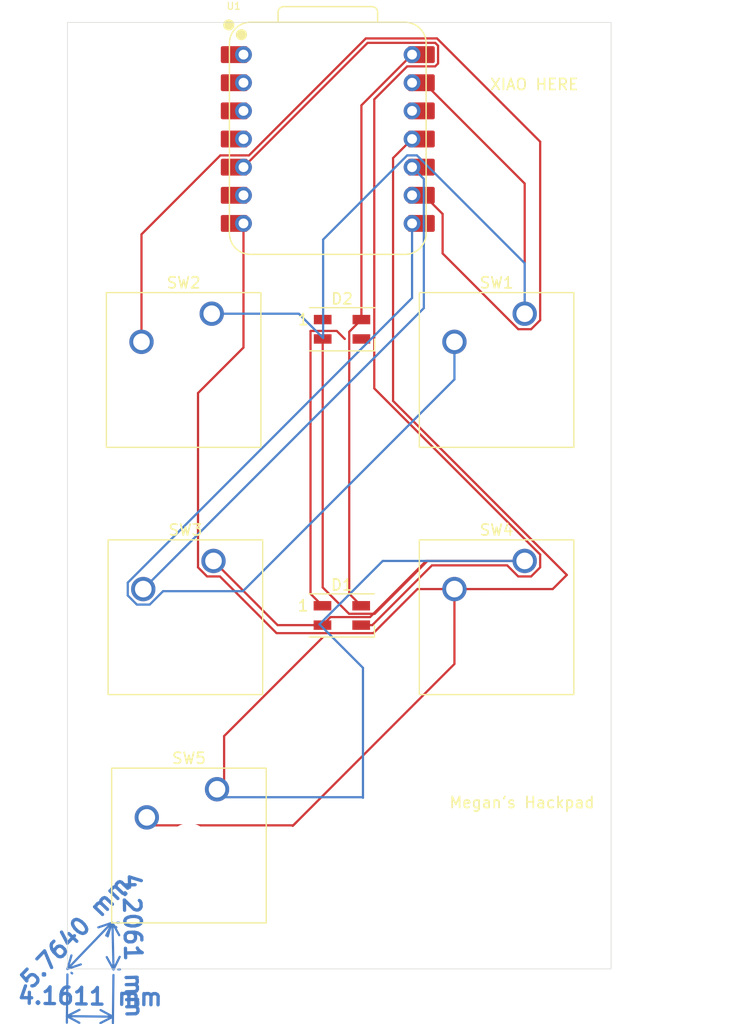
<source format=kicad_pcb>
(kicad_pcb (version 20240108) (generator "pcbnew") (generator_version "8.0")
  (layers (0 "F.Cu" signal) (31 "B.Cu" signal) (34 "B.Paste" user) (35 "F.Paste" user) (36 "B.SilkS" user "B.Silkscreen") (37 "F.SilkS" user "F.Silkscreen") (38 "B.Mask" user) (39 "F.Mask" user) (44 "Edge.Cuts" user))
  (net 0 "")
  (net 1 "+5V")
  (net 2 "GND")
  (net 3 "Net-(D1-DOUT)")
  (net 4 "Net-(D1-DIN)")
  (net 6 "Net-(U1-GPIO1{slash}RX)")
  (net 7 "Net-(U1-GPIO2{slash}SCK)")
  (net 8 "Net-(U1-GPIO4{slash}MISO)")
  (net 9 "Net-(U1-GPIO0{slash}TX)")
  (footprint "Button_Switch_Keyboard:SW_Cherry_MX_1.00u_PCB" (layer "F.Cu") (at 114.93 103.44)
    (property "Reference" "SW4" (at -2.54 -2.794 0) (layer "F.SilkS"))
    (property "Value" "SW_Push")
    (fp_line (start -9.525 -1.905) (end 4.445 -1.905) (stroke (width 0.12)) (layer "F.SilkS"))
    (fp_line (start -9.525 12.065) (end -9.525 -1.905) (stroke (width 0.12)) (layer "F.SilkS"))
    (fp_line (start 4.445 -1.905) (end 4.445 12.065) (stroke (width 0.12)) (layer "F.SilkS"))
    (fp_line (start 4.445 12.065) (end -9.525 12.065) (stroke (width 0.12)) (layer "F.SilkS"))
    (pad "" np_thru_hole circle (at -7.62 5.08) (size 1.7 1.7) (drill 1.7) (layers "*.Cu" "*.Mask"))
    (pad "" np_thru_hole circle (at -2.54 5.08) (size 4 4) (drill 4) (layers "*.Cu" "*.Mask"))
    (pad "" np_thru_hole circle (at 2.54 5.08) (size 1.7 1.7) (drill 1.7) (layers "*.Cu" "*.Mask"))
    (pad "1" thru_hole circle (at 0 0) (size 2.2 2.2) (drill 1.5) (layers "*.Cu" "*.Mask") (net 2 "GND"))
    (pad "2" thru_hole circle (at -6.35 2.54) (size 2.2 2.2) (drill 1.5) (layers "*.Cu" "*.Mask") (net 9 "Net-(U1-GPIO0{slash}TX)"))
  )
  (footprint "Button_Switch_Keyboard:SW_Cherry_MX_1.00u_PCB" (layer "F.Cu") (at 87.12 124.05)
    (property "Reference" "SW5" (at -2.54 -2.794 0) (layer "F.SilkS"))
    (property "Value" "SW_Push")
    (fp_line (start -9.525 -1.905) (end 4.445 -1.905) (stroke (width 0.12)) (layer "F.SilkS"))
    (fp_line (start -9.525 12.065) (end -9.525 -1.905) (stroke (width 0.12)) (layer "F.SilkS"))
    (fp_line (start 4.445 -1.905) (end 4.445 12.065) (stroke (width 0.12)) (layer "F.SilkS"))
    (fp_line (start 4.445 12.065) (end -9.525 12.065) (stroke (width 0.12)) (layer "F.SilkS"))
    (pad "" np_thru_hole circle (at -7.62 5.08) (size 1.7 1.7) (drill 1.7) (layers "*.Cu" "*.Mask"))
    (pad "" np_thru_hole circle (at -2.54 5.08) (size 4 4) (drill 4) (layers "*.Cu" "*.Mask"))
    (pad "" np_thru_hole circle (at 2.54 5.08) (size 1.7 1.7) (drill 1.7) (layers "*.Cu" "*.Mask"))
    (pad "1" thru_hole circle (at 0 0) (size 2.2 2.2) (drill 1.5) (layers "*.Cu" "*.Mask") (net 2 "GND"))
    (pad "2" thru_hole circle (at -6.35 2.54) (size 2.2 2.2) (drill 1.5) (layers "*.Cu" "*.Mask") (net 9 "Net-(U1-GPIO0{slash}TX)"))
  )
  (footprint "Button_Switch_Keyboard:SW_Cherry_MX_1.00u_PCB" (layer "F.Cu") (at 86.64 81.12)
    (property "Reference" "SW2" (at -2.54 -2.794 0) (layer "F.SilkS"))
    (property "Value" "SW_Push")
    (fp_line (start -9.525 -1.905) (end 4.445 -1.905) (stroke (width 0.12)) (layer "F.SilkS"))
    (fp_line (start -9.525 12.065) (end -9.525 -1.905) (stroke (width 0.12)) (layer "F.SilkS"))
    (fp_line (start 4.445 -1.905) (end 4.445 12.065) (stroke (width 0.12)) (layer "F.SilkS"))
    (fp_line (start 4.445 12.065) (end -9.525 12.065) (stroke (width 0.12)) (layer "F.SilkS"))
    (pad "" np_thru_hole circle (at -7.62 5.08) (size 1.7 1.7) (drill 1.7) (layers "*.Cu" "*.Mask"))
    (pad "" np_thru_hole circle (at -2.54 5.08) (size 4 4) (drill 4) (layers "*.Cu" "*.Mask"))
    (pad "" np_thru_hole circle (at 2.54 5.08) (size 1.7 1.7) (drill 1.7) (layers "*.Cu" "*.Mask"))
    (pad "1" thru_hole circle (at 0 0) (size 2.2 2.2) (drill 1.5) (layers "*.Cu" "*.Mask") (net 2 "GND"))
    (pad "2" thru_hole circle (at -6.35 2.54) (size 2.2 2.2) (drill 1.5) (layers "*.Cu" "*.Mask") (net 7 "Net-(U1-GPIO2{slash}SCK)"))
  )
  (footprint "OPL:XIAO-RP2040-DIP" (layer "F.Cu") (at 97.13 65.35)
    (property "Reference" "U1" (at -8.5 -12 0) (layer "F.SilkS") (effects (font (size 0.635 0.635) (thickness 0.1016))))
    (property "Value" "XIAO-RP2040-DIP")
    (fp_line (start -8.89 8.509) (end -8.89 -8.636) (stroke (width 0.127)) (layer "F.SilkS"))
    (fp_line (start -6.985 10.414) (end 6.985 10.414) (stroke (width 0.127)) (layer "F.SilkS"))
    (fp_line (start -4.495 -10.541) (end -4.491272 -11.451272) (stroke (width 0.127)) (layer "F.SilkS"))
    (fp_line (start -3.991272 -11.951) (end 4.004 -11.951) (stroke (width 0.127)) (layer "F.SilkS"))
    (fp_line (start 4.504 -11.451) (end 4.504 -10.541) (stroke (width 0.127)) (layer "F.SilkS"))
    (fp_line (start 6.985 -10.541) (end -6.985 -10.541) (stroke (width 0.1)) (layer "F.SilkS"))
    (fp_line (start 6.985 -10.541) (end -6.985 -10.541) (stroke (width 0.127)) (layer "F.SilkS"))
    (fp_line (start 8.89 8.509) (end 8.89 -8.636) (stroke (width 0.127)) (layer "F.SilkS"))
    (fp_arc (start -8.89 -8.636) (mid -8.332038 -9.983038) (end -6.985 -10.541) (stroke (width 0.127)) (layer "F.SilkS"))
    (fp_arc (start -6.985 10.414) (mid -8.332038 9.856038) (end -8.89 8.509) (stroke (width 0.127)) (layer "F.SilkS"))
    (fp_arc (start -4.491272 -11.451272) (mid -4.344724 -11.804644) (end -3.991272 -11.951) (stroke (width 0.127)) (layer "F.SilkS"))
    (fp_arc (start 4.004 -11.951) (mid 4.357553 -11.804553) (end 4.504 -11.451) (stroke (width 0.127)) (layer "F.SilkS"))
    (fp_arc (start 6.985 -10.541) (mid 8.332038 -9.983038) (end 8.89 -8.636) (stroke (width 0.127)) (layer "F.SilkS"))
    (fp_arc (start 8.89 8.509) (mid 8.332038 9.856038) (end 6.985 10.414) (stroke (width 0.127)) (layer "F.SilkS"))
    (fp_circle (center -8.95 -10.3) (end -8.95 -10.554) (stroke (width 0.5)) (fill solid) (layer "F.SilkS"))
    (fp_circle (center -7.807 -9.42) (end -7.807 -9.674) (stroke (width 0.5)) (fill solid) (layer "F.SilkS"))
    (pad "1" smd roundrect (at -8.455 -7.62 180) (size 2.432 1.524) (layers "F.Cu" "F.Mask") (roundrect_rratio 0.1))
    (pad "1" thru_hole circle (at -7.62 -7.62 180) (size 1.524 1.524) (drill 0.889) (layers "*.Cu" "*.Mask"))
    (pad "2" smd roundrect (at -8.455 -5.08 180) (size 2.432 1.524) (layers "F.Cu" "F.Mask") (roundrect_rratio 0.1))
    (pad "2" thru_hole circle (at -7.62 -5.08 180) (size 1.524 1.524) (drill 0.889) (layers "*.Cu" "*.Mask"))
    (pad "3" smd roundrect (at -8.455 -2.54 180) (size 2.432 1.524) (layers "F.Cu" "F.Mask") (roundrect_rratio 0.1))
    (pad "3" thru_hole circle (at -7.62 -2.54 180) (size 1.524 1.524) (drill 0.889) (layers "*.Cu" "*.Mask"))
    (pad "4" smd roundrect (at -8.455 0 180) (size 2.432 1.524) (layers "F.Cu" "F.Mask") (roundrect_rratio 0.1))
    (pad "4" thru_hole circle (at -7.62 0 180) (size 1.524 1.524) (drill 0.889) (layers "*.Cu" "*.Mask"))
    (pad "5" smd roundrect (at -8.455 2.54 180) (size 2.432 1.524) (layers "F.Cu" "F.Mask") (roundrect_rratio 0.1) (net 4 "Net-(D1-DIN)"))
    (pad "5" thru_hole circle (at -7.62 2.54 180) (size 1.524 1.524) (drill 0.889) (layers "*.Cu" "*.Mask") (net 4 "Net-(D1-DIN)"))
    (pad "6" smd roundrect (at -8.455 5.08 180) (size 2.432 1.524) (layers "F.Cu" "F.Mask") (roundrect_rratio 0.1))
    (pad "6" thru_hole circle (at -7.62 5.08 180) (size 1.524 1.524) (drill 0.889) (layers "*.Cu" "*.Mask"))
    (pad "7" smd roundrect (at -8.455 7.62 180) (size 2.432 1.524) (layers "F.Cu" "F.Mask") (roundrect_rratio 0.1) (net 9 "Net-(U1-GPIO0{slash}TX)"))
    (pad "7" thru_hole circle (at -7.62 7.62 180) (size 1.524 1.524) (drill 0.889) (layers "*.Cu" "*.Mask") (net 9 "Net-(U1-GPIO0{slash}TX)"))
    (pad "8" thru_hole circle (at 7.62 7.62) (size 1.524 1.524) (drill 0.889) (layers "*.Cu" "*.Mask") (net 6 "Net-(U1-GPIO1{slash}RX)"))
    (pad "8" smd roundrect (at 8.455 7.62) (size 2.432 1.524) (layers "F.Cu" "F.Mask") (roundrect_rratio 0.1) (net 6 "Net-(U1-GPIO1{slash}RX)"))
    (pad "9" thru_hole circle (at 7.62 5.08) (size 1.524 1.524) (drill 0.889) (layers "*.Cu" "*.Mask") (net 7 "Net-(U1-GPIO2{slash}SCK)"))
    (pad "9" smd roundrect (at 8.455 5.08) (size 2.432 1.524) (layers "F.Cu" "F.Mask") (roundrect_rratio 0.1) (net 7 "Net-(U1-GPIO2{slash}SCK)"))
    (pad "10" thru_hole circle (at 7.62 2.54) (size 1.524 1.524) (drill 0.889) (layers "*.Cu" "*.Mask") (net 8 "Net-(U1-GPIO4{slash}MISO)"))
    (pad "10" smd roundrect (at 8.455 2.54) (size 2.432 1.524) (layers "F.Cu" "F.Mask") (roundrect_rratio 0.1) (net 8 "Net-(U1-GPIO4{slash}MISO)"))
    (pad "11" thru_hole circle (at 7.62 0) (size 1.524 1.524) (drill 0.889) (layers "*.Cu" "*.Mask") (net 9 "Net-(U1-GPIO0{slash}TX)"))
    (pad "11" smd roundrect (at 8.455 0) (size 2.432 1.524) (layers "F.Cu" "F.Mask") (roundrect_rratio 0.1) (net 9 "Net-(U1-GPIO0{slash}TX)"))
    (pad "12" thru_hole circle (at 7.62 -2.54) (size 1.524 1.524) (drill 0.889) (layers "*.Cu" "*.Mask"))
    (pad "12" smd roundrect (at 8.455 -2.54) (size 2.432 1.524) (layers "F.Cu" "F.Mask") (roundrect_rratio 0.1))
    (pad "13" thru_hole circle (at 7.62 -5.08) (size 1.524 1.524) (drill 0.889) (layers "*.Cu" "*.Mask") (net 2 "GND"))
    (pad "13" smd roundrect (at 8.455 -5.08) (size 2.432 1.524) (layers "F.Cu" "F.Mask") (roundrect_rratio 0.1) (net 2 "GND"))
    (pad "14" thru_hole circle (at 7.62 -7.62) (size 1.524 1.524) (drill 0.889) (layers "*.Cu" "*.Mask") (net 1 "+5V"))
    (pad "14" smd roundrect (at 8.455 -7.62) (size 2.432 1.524) (layers "F.Cu" "F.Mask") (roundrect_rratio 0.1) (net 1 "+5V"))
  )
  (footprint "Button_Switch_Keyboard:SW_Cherry_MX_1.00u_PCB" (layer "F.Cu") (at 114.93 81.12)
    (property "Reference" "SW1" (at -2.54 -2.794 0) (layer "F.SilkS"))
    (property "Value" "SW_Push")
    (fp_line (start -9.525 -1.905) (end 4.445 -1.905) (stroke (width 0.12)) (layer "F.SilkS"))
    (fp_line (start -9.525 12.065) (end -9.525 -1.905) (stroke (width 0.12)) (layer "F.SilkS"))
    (fp_line (start 4.445 -1.905) (end 4.445 12.065) (stroke (width 0.12)) (layer "F.SilkS"))
    (fp_line (start 4.445 12.065) (end -9.525 12.065) (stroke (width 0.12)) (layer "F.SilkS"))
    (pad "" np_thru_hole circle (at -7.62 5.08) (size 1.7 1.7) (drill 1.7) (layers "*.Cu" "*.Mask"))
    (pad "" np_thru_hole circle (at -2.54 5.08) (size 4 4) (drill 4) (layers "*.Cu" "*.Mask"))
    (pad "" np_thru_hole circle (at 2.54 5.08) (size 1.7 1.7) (drill 1.7) (layers "*.Cu" "*.Mask"))
    (pad "1" thru_hole circle (at 0 0) (size 2.2 2.2) (drill 1.5) (layers "*.Cu" "*.Mask") (net 2 "GND"))
    (pad "2" thru_hole circle (at -6.35 2.54) (size 2.2 2.2) (drill 1.5) (layers "*.Cu" "*.Mask") (net 6 "Net-(U1-GPIO1{slash}RX)"))
  )
  (footprint "Button_Switch_Keyboard:SW_Cherry_MX_1.00u_PCB" (layer "F.Cu") (at 86.8 103.44)
    (property "Reference" "SW3" (at -2.54 -2.794 0) (layer "F.SilkS"))
    (property "Value" "SW_Push")
    (fp_line (start -9.525 -1.905) (end 4.445 -1.905) (stroke (width 0.12)) (layer "F.SilkS"))
    (fp_line (start -9.525 12.065) (end -9.525 -1.905) (stroke (width 0.12)) (layer "F.SilkS"))
    (fp_line (start 4.445 -1.905) (end 4.445 12.065) (stroke (width 0.12)) (layer "F.SilkS"))
    (fp_line (start 4.445 12.065) (end -9.525 12.065) (stroke (width 0.12)) (layer "F.SilkS"))
    (pad "" np_thru_hole circle (at -7.62 5.08) (size 1.7 1.7) (drill 1.7) (layers "*.Cu" "*.Mask"))
    (pad "" np_thru_hole circle (at -2.54 5.08) (size 4 4) (drill 4) (layers "*.Cu" "*.Mask"))
    (pad "" np_thru_hole circle (at 2.54 5.08) (size 1.7 1.7) (drill 1.7) (layers "*.Cu" "*.Mask"))
    (pad "1" thru_hole circle (at 0 0) (size 2.2 2.2) (drill 1.5) (layers "*.Cu" "*.Mask") (net 2 "GND"))
    (pad "2" thru_hole circle (at -6.35 2.54) (size 2.2 2.2) (drill 1.5) (layers "*.Cu" "*.Mask") (net 8 "Net-(U1-GPIO4{slash}MISO)"))
  )
  (footprint "LED_SMD:LED_SK6812MINI_PLCC4_3.5x3.5mm_P1.75mm" (layer "F.Cu") (at 98.4 108.36)
    (property "Reference" "D1" (at 0 -2.75 0) (layer "F.SilkS"))
    (property "Value" "SK6812MINI")
    (fp_line (start -2.95 -1.95) (end 2.95 -1.95) (stroke (width 0.12)) (layer "F.SilkS"))
    (fp_line (start -2.95 1.95) (end 2.95 1.95) (stroke (width 0.12)) (layer "F.SilkS"))
    (fp_line (start 2.95 1.95) (end 2.95 0.875) (stroke (width 0.12)) (layer "F.SilkS"))
    (fp_text user "1" (at -3.5 -0.875 0) (layer "F.SilkS"))
    (pad "1" smd rect (at -1.75 -0.875) (size 1.6 0.85) (layers "F.Cu" "F.Paste" "F.Mask") (net 3 "Net-(D1-DOUT)"))
    (pad "2" smd rect (at -1.75 0.875) (size 1.6 0.85) (layers "F.Cu" "F.Paste" "F.Mask") (net 2 "GND"))
    (pad "3" smd rect (at 1.75 0.875) (size 1.6 0.85) (layers "F.Cu" "F.Paste" "F.Mask") (net 4 "Net-(D1-DIN)"))
    (pad "4" smd rect (at 1.75 -0.875) (size 1.6 0.85) (layers "F.Cu" "F.Paste" "F.Mask") (net 1 "+5V"))
  )
  (footprint "LED_SMD:LED_SK6812MINI_PLCC4_3.5x3.5mm_P1.75mm" (layer "F.Cu") (at 98.42 82.525)
    (property "Reference" "D2" (at 0 -2.75 0) (layer "F.SilkS"))
    (property "Value" "SK6812MINI")
    (fp_line (start -2.95 -1.95) (end 2.95 -1.95) (stroke (width 0.12)) (layer "F.SilkS"))
    (fp_line (start -2.95 1.95) (end 2.95 1.95) (stroke (width 0.12)) (layer "F.SilkS"))
    (fp_line (start 2.95 1.95) (end 2.95 0.875) (stroke (width 0.12)) (layer "F.SilkS"))
    (fp_text user "1" (at -3.5 -0.875 0) (layer "F.SilkS"))
    (pad "1" smd rect (at -1.75 -0.875) (size 1.6 0.85) (layers "F.Cu" "F.Paste" "F.Mask"))
    (pad "2" smd rect (at -1.75 0.875) (size 1.6 0.85) (layers "F.Cu" "F.Paste" "F.Mask") (net 2 "GND"))
    (pad "3" smd rect (at 1.75 0.875) (size 1.6 0.85) (layers "F.Cu" "F.Paste" "F.Mask") (net 3 "Net-(D1-DOUT)"))
    (pad "4" smd rect (at 1.75 -0.875) (size 1.6 0.85) (layers "F.Cu" "F.Paste" "F.Mask") (net 1 "+5V"))
  )
  (gr_rect (start 73.6 54.82) (end 122.74 140.27) (stroke (width 0.05)) (fill none) (layer "Edge.Cuts"))
  (gr_text "XIAO HERE" (at 111.72 61.01 0) (layer "F.SilkS") (effects (font (size 1 1)) (justify left bottom)))
  (gr_text "Megan's Hackpad" (at 108.04 125.83 0) (layer "F.SilkS") (effects (font (size 1 1)) (justify left bottom)))
  (dimension (type aligned) (layer "B.Cu") (pts (xy 77.760805 140.3184) (xy 73.6 140.27)) (height -4.265611) (gr_text "4.1611 mm" (at 75.651723 142.759644 -0.6664551676) (layer "B.Cu") (effects (font (size 1.5 1.5) (thickness 0.3)))) (format (prefix "") (suffix "") (units 3) (units_format 1) (precision 4)) (style (thickness 0.2) (arrow_length 1.27) (text_position_mode 0) (extension_height 0.58642) (extension_offset 0.5) keep_text_aligned))
  (dimension (type aligned) (layer "B.Cu") (pts (xy 77.595 136.115) (xy 77.69 140.32)) (height -0.070823) (gr_text "4.2061 mm" (at 79.512846 138.175245 271.2942148) (layer "B.Cu") (effects (font (size 1.5 1.5) (thickness 0.3)))) (format (prefix "") (suffix "") (units 3) (units_format 1) (precision 4)) (style (thickness 0.2) (arrow_length 1.27) (text_position_mode 0) (extension_height 0.58642) (extension_offset 0.5) keep_text_aligned))
  (dimension (type aligned) (layer "B.Cu") (pts (xy 77.595 136.115) (xy 73.6 140.27)) (height 0) (gr_text "5.7640 mm" (at 74.29997 136.944936 46.12468065) (layer "B.Cu") (effects (font (size 1.5 1.5) (thickness 0.3)))) (format (prefix "") (suffix "") (units 3) (units_format 1) (precision 4)) (style (thickness 0.2) (arrow_length 1.27) (text_position_mode 0) (extension_height 0.58642) (extension_offset 0.5) keep_text_aligned))
  (segment (start 100.17 62.31) (end 104.75 57.73) (width 0.2) (layer "F.Cu") (net 1))
  (segment (start 99.07 106.405) (end 99.07 82.75) (width 0.2) (layer "F.Cu") (net 1))
  (segment (start 100.15 107.485) (end 99.07 106.405) (width 0.2) (layer "F.Cu") (net 1))
  (segment (start 100.17 81.65) (end 100.17 62.31) (width 0.2) (layer "F.Cu") (net 1))
  (segment (start 99.07 82.75) (end 100.17 81.65) (width 0.2) (layer "F.Cu") (net 1))
  (segment (start 114.93 103.44) (end 106.02 103.44) (width 0.2) (layer "F.Cu") (net 2))
  (segment (start 97.375 108.51) (end 96.65 109.235) (width 0.2) (layer "F.Cu") (net 2))
  (segment (start 92.595 109.235) (end 86.8 103.44) (width 0.2) (layer "F.Cu") (net 2))
  (segment (start 101.37 108.21) (end 106.14 103.44) (width 0.2) (layer "F.Cu") (net 2))
  (segment (start 99.05 108.21) (end 101.37 108.21) (width 0.2) (layer "F.Cu") (net 2))
  (segment (start 87.76 119.25) (end 96.65 110.36) (width 0.2) (layer "F.Cu") (net 2))
  (segment (start 114.93 69.37237) (end 105.82763 60.27) (width 0.2) (layer "F.Cu") (net 2))
  (segment (start 106.02 103.44) (end 100.95 108.51) (width 0.2) (layer "F.Cu") (net 2))
  (segment (start 96.67 105.83) (end 99.05 108.21) (width 0.2) (layer "F.Cu") (net 2))
  (segment (start 100.95 108.51) (end 97.375 108.51) (width 0.2) (layer "F.Cu") (net 2))
  (segment (start 96.65 109.235) (end 92.595 109.235) (width 0.2) (layer "F.Cu") (net 2))
  (segment (start 114.93 81.12) (end 114.93 69.37237) (width 0.2) (layer "F.Cu") (net 2))
  (segment (start 105.82763 60.27) (end 104.75 60.27) (width 0.2) (layer "F.Cu") (net 2))
  (segment (start 96.67 83.4) (end 96.67 105.83) (width 0.2) (layer "F.Cu") (net 2))
  (segment (start 87.76 124.77) (end 87.76 119.25) (width 0.2) (layer "F.Cu") (net 2))
  (segment (start 106.14 103.44) (end 114.93 103.44) (width 0.2) (layer "F.Cu") (net 2))
  (segment (start 114.93 76.568105) (end 105.189895 66.828) (width 0.2) (layer "B.Cu") (net 2))
  (segment (start 100.26 124.77) (end 87.76 124.77) (width 0.2) (layer "B.Cu") (net 2))
  (segment (start 96.71 83.32) (end 94.51 81.12) (width 0.2) (layer "B.Cu") (net 2))
  (segment (start 100.31 113.09) (end 96.38 109.16) (width 0.2) (layer "B.Cu") (net 2))
  (segment (start 96.71 74.428105) (end 96.71 83.32) (width 0.2) (layer "B.Cu") (net 2))
  (segment (start 100.31 124.82) (end 100.26 124.77) (width 0.2) (layer "B.Cu") (net 2))
  (segment (start 96.38 109.16) (end 102.1 103.44) (width 0.2) (layer "B.Cu") (net 2))
  (segment (start 104.310105 66.828) (end 96.71 74.428105) (width 0.2) (layer "B.Cu") (net 2))
  (segment (start 94.51 81.12) (end 86.64 81.12) (width 0.2) (layer "B.Cu") (net 2))
  (segment (start 102.1 103.44) (end 114.93 103.44) (width 0.2) (layer "B.Cu") (net 2))
  (segment (start 114.93 81.12) (end 114.93 76.568105) (width 0.2) (layer "B.Cu") (net 2))
  (segment (start 105.189895 66.828) (end 104.310105 66.828) (width 0.2) (layer "B.Cu") (net 2))
  (segment (start 100.31 124.82) (end 100.31 113.09) (width 0.2) (layer "B.Cu") (net 2))
  (segment (start 95.57 82.675) (end 97.945 82.675) (width 0.2) (layer "F.Cu") (net 3))
  (segment (start 95.57 106.405) (end 95.57 82.675) (width 0.2) (layer "F.Cu") (net 3))
  (segment (start 96.65 107.485) (end 95.57 106.405) (width 0.2) (layer "F.Cu") (net 3))
  (segment (start 97.945 82.675) (end 98.67 83.4) (width 0.2) (layer "F.Cu") (net 3))
  (segment (start 107.101 56.928786) (end 107.101 58.531214) (width 0.2) (layer "F.Cu") (net 4))
  (segment (start 89.51 67.89) (end 100.732 56.668) (width 0.2) (layer "F.Cu") (net 4))
  (segment (start 116.33 102.860101) (end 116.33 104.019899) (width 0.2) (layer "F.Cu") (net 4))
  (segment (start 100.732 56.668) (end 106.840214 56.668) (width 0.2) (layer "F.Cu") (net 4))
  (segment (start 106.840214 58.792) (end 104.310105 58.792) (width 0.2) (layer "F.Cu") (net 4))
  (segment (start 101.332157 61.769948) (end 101.332157 87.862258) (width 0.2) (layer "F.Cu") (net 4))
  (segment (start 106.545 103.84) (end 101.15 109.235) (width 0.2) (layer "F.Cu") (net 4))
  (segment (start 113.350101 103.84) (end 106.545 103.84) (width 0.2) (layer "F.Cu") (net 4))
  (segment (start 107.101 58.531214) (end 106.840214 58.792) (width 0.2) (layer "F.Cu") (net 4))
  (segment (start 116.33 104.019899) (end 115.509899 104.84) (width 0.2) (layer "F.Cu") (net 4))
  (segment (start 104.310105 58.792) (end 101.332157 61.769948) (width 0.2) (layer "F.Cu") (net 4))
  (segment (start 106.840214 56.668) (end 107.101 56.928786) (width 0.2) (layer "F.Cu") (net 4))
  (segment (start 115.509899 104.84) (end 114.350101 104.84) (width 0.2) (layer "F.Cu") (net 4))
  (segment (start 101.332157 87.862258) (end 116.33 102.860101) (width 0.2) (layer "F.Cu") (net 4))
  (segment (start 114.350101 104.84) (end 113.350101 103.84) (width 0.2) (layer "F.Cu") (net 4))
  (segment (start 101.15 109.235) (end 100.15 109.235) (width 0.2) (layer "F.Cu") (net 4))
  (segment (start 89.46 106.17) (end 108.58 87.05) (width 0.2) (layer "B.Cu") (net 6))
  (segment (start 79.05 105.400101) (end 79.05 106.559899) (width 0.2) (layer "B.Cu") (net 6))
  (segment (start 104.75 79.700101) (end 79.05 105.400101) (width 0.2) (layer "B.Cu") (net 6))
  (segment (start 79.05 106.559899) (end 79.870101 107.38) (width 0.2) (layer "B.Cu") (net 6))
  (segment (start 79.870101 107.38) (end 81.029899 107.38) (width 0.2) (layer "B.Cu") (net 6))
  (segment (start 82.239899 106.17) (end 89.46 106.17) (width 0.2) (layer "B.Cu") (net 6))
  (segment (start 104.75 72.97) (end 104.75 79.700101) (width 0.2) (layer "B.Cu") (net 6))
  (segment (start 108.58 87.05) (end 108.58 83.66) (width 0.2) (layer "B.Cu") (net 6))
  (segment (start 81.029899 107.38) (end 82.239899 106.17) (width 0.2) (layer "B.Cu") (net 6))
  (segment (start 105.82763 70.43) (end 104.75 70.43) (width 0.2) (layer "F.Cu") (net 7))
  (segment (start 90.006315 66.828) (end 100.566315 56.268) (width 0.2) (layer "F.Cu") (net 7))
  (segment (start 100.566315 56.268) (end 107.0059 56.268) (width 0.2) (layer "F.Cu") (net 7))
  (segment (start 80.29 73.957786) (end 87.419786 66.828) (width 0.2) (layer "F.Cu") (net 7))
  (segment (start 107.51 75.679899) (end 107.51 72.11237) (width 0.2) (layer "F.Cu") (net 7))
  (segment (start 114.350101 82.52) (end 107.51 75.679899) (width 0.2) (layer "F.Cu") (net 7))
  (segment (start 116.33 81.699899) (end 115.509899 82.52) (width 0.2) (layer "F.Cu") (net 7))
  (segment (start 115.509899 82.52) (end 114.350101 82.52) (width 0.2) (layer "F.Cu") (net 7))
  (segment (start 107.0059 56.268) (end 116.33 65.5921) (width 0.2) (layer "F.Cu") (net 7))
  (segment (start 116.33 65.5921) (end 116.33 81.699899) (width 0.2) (layer "F.Cu") (net 7))
  (segment (start 107.51 72.11237) (end 105.82763 70.43) (width 0.2) (layer "F.Cu") (net 7))
  (segment (start 87.419786 66.828) (end 90.006315 66.828) (width 0.2) (layer "F.Cu") (net 7))
  (segment (start 80.29 83.66) (end 80.29 73.957786) (width 0.2) (layer "F.Cu") (net 7))
  (segment (start 104.75 67.89) (end 105.812 68.952) (width 0.2) (layer "B.Cu") (net 8))
  (segment (start 105.812 80.618) (end 80.45 105.98) (width 0.2) (layer "B.Cu") (net 8))
  (segment (start 105.812 68.952) (end 105.812 80.618) (width 0.2) (layer "B.Cu") (net 8))
  (segment (start 89.51 84.172944) (end 89.51 72.97) (width 0.2) (layer "F.Cu") (net 9))
  (segment (start 94.01 127.31) (end 94.28 127.04) (width 0.2) (layer "F.Cu") (net 9))
  (segment (start 86.220101 104.84) (end 85.4 104.019899) (width 0.2) (layer "F.Cu") (net 9))
  (segment (start 117.464415 105.98) (end 108.58 105.98) (width 0.2) (layer "F.Cu") (net 9))
  (segment (start 103.032792 88.997207) (end 118.74 104.704415) (width 0.2) (layer "F.Cu") (net 9))
  (segment (start 104.75 65.35) (end 103.032792 67.067208) (width 0.2) (layer "F.Cu") (net 9))
  (segment (start 93.96 127.36) (end 94.28 127.04) (width 0.2) (layer "F.Cu") (net 9))
  (segment (start 87.379899 104.84) (end 86.220101 104.84) (width 0.2) (layer "F.Cu") (net 9))
  (segment (start 103.032792 67.067208) (end 103.032792 88.997207) (width 0.2) (layer "F.Cu") (net 9))
  (segment (start 118.74 104.704415) (end 117.464415 105.98) (width 0.2) (layer "F.Cu") (net 9))
  (segment (start 85.4 88.282944) (end 89.51 84.172944) (width 0.2) (layer "F.Cu") (net 9))
  (segment (start 108.58 105.98) (end 105.23 105.98) (width 0.2) (layer "F.Cu") (net 9))
  (segment (start 81.41 127.31) (end 94.01 127.31) (width 0.2) (layer "F.Cu") (net 9))
  (segment (start 105.23 105.98) (end 101.25 109.96) (width 0.2) (layer "F.Cu") (net 9))
  (segment (start 85.4 104.019899) (end 85.4 88.282944) (width 0.2) (layer "F.Cu") (net 9))
  (segment (start 94.28 127.04) (end 108.58 112.74) (width 0.2) (layer "F.Cu") (net 9))
  (segment (start 101.25 109.96) (end 92.499899 109.96) (width 0.2) (layer "F.Cu") (net 9))
  (segment (start 108.58 112.74) (end 108.58 105.98) (width 0.2) (layer "F.Cu") (net 9))
  (segment (start 92.499899 109.96) (end 87.379899 104.84) (width 0.2) (layer "F.Cu") (net 9))
)
</source>
